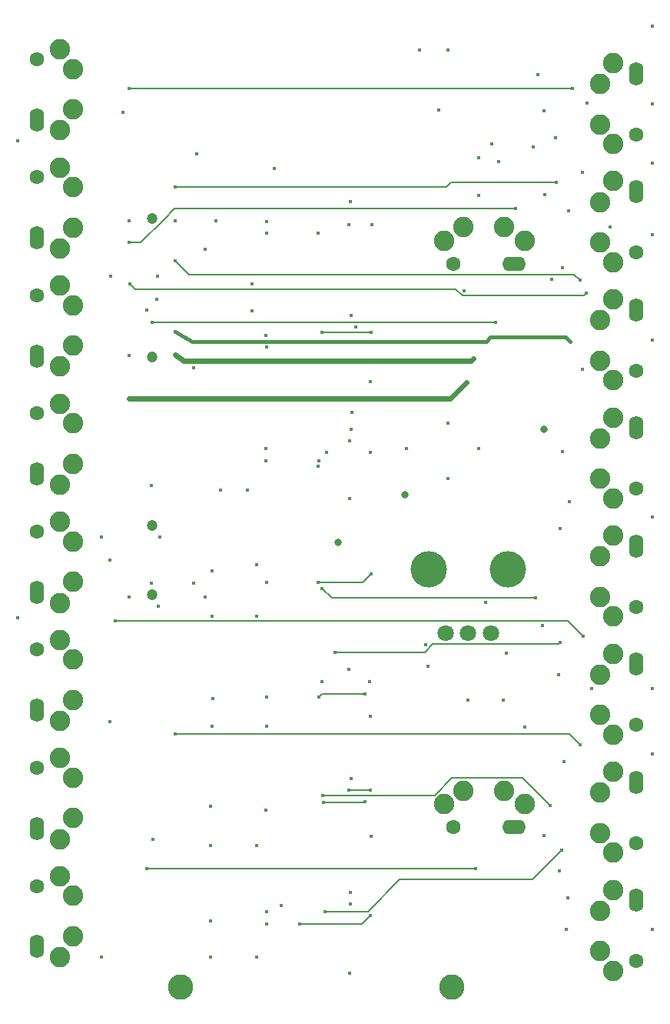
<source format=gbr>
%TF.GenerationSoftware,KiCad,Pcbnew,(6.0.1)*%
%TF.CreationDate,2023-03-07T05:59:22-08:00*%
%TF.ProjectId,pipes_main,70697065-735f-46d6-9169-6e2e6b696361,rev?*%
%TF.SameCoordinates,Original*%
%TF.FileFunction,Copper,L2,Inr*%
%TF.FilePolarity,Positive*%
%FSLAX46Y46*%
G04 Gerber Fmt 4.6, Leading zero omitted, Abs format (unit mm)*
G04 Created by KiCad (PCBNEW (6.0.1)) date 2023-03-07 05:59:22*
%MOMM*%
%LPD*%
G01*
G04 APERTURE LIST*
%TA.AperFunction,ComponentPad*%
%ADD10C,2.250000*%
%TD*%
%TA.AperFunction,ComponentPad*%
%ADD11O,1.600000X2.600000*%
%TD*%
%TA.AperFunction,ComponentPad*%
%ADD12C,1.600000*%
%TD*%
%TA.AperFunction,WasherPad*%
%ADD13C,4.000000*%
%TD*%
%TA.AperFunction,ComponentPad*%
%ADD14C,1.800000*%
%TD*%
%TA.AperFunction,ComponentPad*%
%ADD15O,2.600000X1.600000*%
%TD*%
%TA.AperFunction,ComponentPad*%
%ADD16C,2.800000*%
%TD*%
%TA.AperFunction,ComponentPad*%
%ADD17C,1.200000*%
%TD*%
%TA.AperFunction,ViaPad*%
%ADD18C,0.450000*%
%TD*%
%TA.AperFunction,ViaPad*%
%ADD19C,0.800000*%
%TD*%
%TA.AperFunction,ViaPad*%
%ADD20C,0.400000*%
%TD*%
%TA.AperFunction,Conductor*%
%ADD21C,0.600000*%
%TD*%
%TA.AperFunction,Conductor*%
%ADD22C,0.200000*%
%TD*%
%TA.AperFunction,Conductor*%
%ADD23C,0.400000*%
%TD*%
G04 APERTURE END LIST*
D10*
%TO.N,GND*%
%TO.C,J16*%
X106000000Y-132180000D03*
%TO.N,Net-(J16-Pad2)*%
X106000000Y-123280000D03*
%TO.N,GND*%
X104500000Y-130030000D03*
%TO.N,unconnected-(J16-Pad4)*%
X104500000Y-125580000D03*
D11*
%TO.N,N/C*%
X108550000Y-124440000D03*
D12*
X108550000Y-131120000D03*
%TD*%
D10*
%TO.N,GND*%
%TO.C,J14*%
X106000000Y-80180000D03*
%TO.N,Net-(J14-Pad2)*%
X106000000Y-71280000D03*
%TO.N,GND*%
X104500000Y-78030000D03*
%TO.N,unconnected-(J14-Pad4)*%
X104500000Y-73580000D03*
D11*
%TO.N,N/C*%
X108550000Y-72440000D03*
D12*
X108550000Y-79120000D03*
%TD*%
D13*
%TO.N,*%
%TO.C,RV1*%
X94420000Y-101030000D03*
X85620000Y-101030000D03*
D14*
%TO.N,VCO*%
X92520000Y-108030000D03*
%TO.N,Net-(RV1-Pad2)*%
X90020000Y-108030000D03*
%TO.N,GND*%
X87520000Y-108030000D03*
%TD*%
D10*
%TO.N,GND*%
%TO.C,J9*%
X45000000Y-82780000D03*
%TO.N,VCA4*%
X45000000Y-91680000D03*
%TO.N,GND*%
X46500000Y-84930000D03*
X46500000Y-89380000D03*
D11*
%TO.N,N/C*%
X42450000Y-90520000D03*
D12*
X42450000Y-83840000D03*
%TD*%
D10*
%TO.N,GND*%
%TO.C,J15*%
X106000000Y-54180000D03*
%TO.N,Net-(J15-Pad2)*%
X106000000Y-45280000D03*
%TO.N,GND*%
X104500000Y-52030000D03*
%TO.N,unconnected-(J15-Pad4)*%
X104500000Y-47580000D03*
D11*
%TO.N,N/C*%
X108550000Y-46440000D03*
D12*
X108550000Y-53120000D03*
%TD*%
D10*
%TO.N,GND*%
%TO.C,J19*%
X106000000Y-145180000D03*
%TO.N,Net-(J19-Pad2)*%
X106000000Y-136280000D03*
%TO.N,GND*%
X104500000Y-143030000D03*
%TO.N,unconnected-(J19-Pad4)*%
X104500000Y-138580000D03*
D11*
%TO.N,N/C*%
X108550000Y-137440000D03*
D12*
X108550000Y-144120000D03*
%TD*%
D10*
%TO.N,GND*%
%TO.C,J13*%
X106000000Y-119180000D03*
%TO.N,Net-(J13-Pad2)*%
X106000000Y-110280000D03*
%TO.N,GND*%
X104500000Y-117030000D03*
%TO.N,unconnected-(J13-Pad4)*%
X104500000Y-112580000D03*
D11*
%TO.N,N/C*%
X108550000Y-111440000D03*
D12*
X108550000Y-118120000D03*
%TD*%
D10*
%TO.N,GND*%
%TO.C,J7*%
X45000000Y-43780000D03*
%TO.N,VCA1*%
X45000000Y-52680000D03*
%TO.N,GND*%
X46500000Y-45930000D03*
X46500000Y-50380000D03*
D11*
%TO.N,N/C*%
X42450000Y-51520000D03*
D12*
X42450000Y-44840000D03*
%TD*%
D10*
%TO.N,GND*%
%TO.C,J20*%
X106000000Y-106180000D03*
%TO.N,Net-(J20-Pad2)*%
X106000000Y-97280000D03*
%TO.N,GND*%
X104500000Y-104030000D03*
%TO.N,unconnected-(J20-Pad4)*%
X104500000Y-99580000D03*
D11*
%TO.N,N/C*%
X108550000Y-98440000D03*
D12*
X108550000Y-105120000D03*
%TD*%
D10*
%TO.N,GND*%
%TO.C,J12*%
X45000000Y-95780000D03*
%TO.N,VCA5*%
X45000000Y-104680000D03*
%TO.N,GND*%
X46500000Y-97930000D03*
X46500000Y-102380000D03*
D11*
%TO.N,N/C*%
X42450000Y-103520000D03*
D12*
X42450000Y-96840000D03*
%TD*%
D10*
%TO.N,GND*%
%TO.C,J5*%
X45000000Y-108780000D03*
%TO.N,VCA6*%
X45000000Y-117680000D03*
%TO.N,GND*%
X46500000Y-110930000D03*
X46500000Y-115380000D03*
D11*
%TO.N,N/C*%
X42450000Y-116520000D03*
D12*
X42450000Y-109840000D03*
%TD*%
D10*
%TO.N,GND*%
%TO.C,J10*%
X45000000Y-56780000D03*
%TO.N,VCA2*%
X45000000Y-65680000D03*
%TO.N,GND*%
X46500000Y-58930000D03*
X46500000Y-63380000D03*
D11*
%TO.N,N/C*%
X42450000Y-64520000D03*
D12*
X42450000Y-57840000D03*
%TD*%
D10*
%TO.N,GND*%
%TO.C,J4*%
X87320000Y-126850000D03*
%TO.N,Net-(J4-Pad2)*%
X96220000Y-126850000D03*
%TO.N,GND*%
X89470000Y-125350000D03*
%TO.N,unconnected-(J4-Pad4)*%
X93920000Y-125350000D03*
D15*
%TO.N,N/C*%
X95060000Y-129400000D03*
D12*
X88380000Y-129400000D03*
%TD*%
D10*
%TO.N,GND*%
%TO.C,J11*%
X45000000Y-134780000D03*
%TO.N,VCA8*%
X45000000Y-143680000D03*
%TO.N,GND*%
X46500000Y-136930000D03*
X46500000Y-141380000D03*
D11*
%TO.N,N/C*%
X42450000Y-142520000D03*
D12*
X42450000Y-135840000D03*
%TD*%
D10*
%TO.N,GND*%
%TO.C,J18*%
X106000000Y-93180000D03*
%TO.N,Net-(J18-Pad2)*%
X106000000Y-84280000D03*
%TO.N,GND*%
X104500000Y-91030000D03*
%TO.N,unconnected-(J18-Pad4)*%
X104500000Y-86580000D03*
D11*
%TO.N,N/C*%
X108550000Y-85440000D03*
D12*
X108550000Y-92120000D03*
%TD*%
D10*
%TO.N,GND*%
%TO.C,J1*%
X87320000Y-64850000D03*
%TO.N,Net-(J1-Pad2)*%
X96220000Y-64850000D03*
%TO.N,GND*%
X89470000Y-63350000D03*
X93920000Y-63350000D03*
D15*
%TO.N,N/C*%
X95060000Y-67400000D03*
D12*
X88380000Y-67400000D03*
%TD*%
D10*
%TO.N,GND*%
%TO.C,J8*%
X45000000Y-121780000D03*
%TO.N,VCA7*%
X45000000Y-130680000D03*
%TO.N,GND*%
X46500000Y-123930000D03*
X46500000Y-128380000D03*
D11*
%TO.N,N/C*%
X42450000Y-129520000D03*
D12*
X42450000Y-122840000D03*
%TD*%
D10*
%TO.N,GND*%
%TO.C,J6*%
X45000000Y-69780000D03*
%TO.N,VCA3*%
X45000000Y-78680000D03*
%TO.N,GND*%
X46500000Y-71930000D03*
X46500000Y-76380000D03*
D11*
%TO.N,N/C*%
X42450000Y-77520000D03*
D12*
X42450000Y-70840000D03*
%TD*%
D10*
%TO.N,GND*%
%TO.C,J17*%
X106000000Y-67180000D03*
%TO.N,Net-(J17-Pad2)*%
X106000000Y-58280000D03*
%TO.N,GND*%
X104500000Y-65030000D03*
%TO.N,unconnected-(J17-Pad4)*%
X104500000Y-60580000D03*
D11*
%TO.N,N/C*%
X108550000Y-59440000D03*
D12*
X108550000Y-66120000D03*
%TD*%
D16*
%TO.N,GND*%
%TO.C,TP1*%
X88170000Y-146950000D03*
%TD*%
D17*
%TO.N,N/C*%
%TO.C,J21*%
X55200000Y-62380000D03*
X55200000Y-77620000D03*
%TD*%
D16*
%TO.N,GND*%
%TO.C,TP2*%
X58280000Y-146950000D03*
%TD*%
D17*
%TO.N,N/C*%
%TO.C,J22*%
X55200000Y-103810000D03*
X55200000Y-96190000D03*
%TD*%
D18*
%TO.N,+12V*%
X52600000Y-77425000D03*
X51962500Y-50737500D03*
D19*
X98400000Y-85600000D03*
D18*
X89827500Y-80447500D03*
X86775000Y-50415000D03*
D20*
X85347500Y-109277500D03*
D18*
X97170000Y-54480000D03*
X52680000Y-82240000D03*
D20*
X85660000Y-82240000D03*
D18*
%TO.N,-12V*%
X91151250Y-59848750D03*
X89592500Y-70327500D03*
X57750000Y-77350000D03*
X90600000Y-77820000D03*
X91151250Y-55661250D03*
X93845000Y-115405000D03*
X98430000Y-59730000D03*
D20*
%TO.N,Net-(C11-Pad2)*%
X92610359Y-54189641D03*
X93385000Y-56115000D03*
%TO.N,Net-(C13-Pad1)*%
X96220000Y-118350000D03*
X94173750Y-110266250D03*
%TO.N,F6*%
X75300000Y-110100000D03*
X100125000Y-109075000D03*
X73900000Y-113400000D03*
%TO.N,F7*%
X99050000Y-126950000D03*
X73950000Y-125850000D03*
%TO.N,F4*%
X100425000Y-67775000D03*
X100425000Y-88025000D03*
D18*
X74400000Y-88100000D03*
D20*
X73500000Y-89675000D03*
%TO.N,F2*%
X99650000Y-53500000D03*
X76895000Y-63095000D03*
%TO.N,F8*%
X100300000Y-131900000D03*
X74250000Y-138650000D03*
%TO.N,F5*%
X97400000Y-104100000D03*
X73925000Y-103075000D03*
D18*
%TO.N,VCA6*%
X50500000Y-100000000D03*
X50500000Y-117750000D03*
%TO.N,VCA3*%
X59760000Y-102540000D03*
X59760000Y-78800000D03*
%TO.N,VCA1*%
X40400000Y-106300000D03*
X55820000Y-105080000D03*
X40400000Y-53800000D03*
%TO.N,VCA7*%
X55300000Y-130700000D03*
X56000000Y-97460000D03*
%TO.N,VCA4*%
X55110000Y-102540000D03*
X55100000Y-91800000D03*
%TO.N,VCA2*%
X61020000Y-104080000D03*
X61000000Y-65750000D03*
X52680000Y-104080000D03*
%TO.N,VCA8*%
X49550000Y-97460000D03*
X49550000Y-143680000D03*
D20*
%TO.N,Clk*%
X67805000Y-140005000D03*
X67775000Y-76525000D03*
X67735000Y-89025000D03*
X67795000Y-115025000D03*
X97685000Y-46515000D03*
X87780000Y-43880000D03*
X67715000Y-127505000D03*
X68600000Y-56900000D03*
X67755000Y-64025000D03*
X67775000Y-102425000D03*
D18*
%TO.N,Net-(R23-Pad2)*%
X67800000Y-118275000D03*
X61800000Y-118250000D03*
X61900000Y-115200000D03*
%TO.N,Net-(R32-Pad2)*%
X65700000Y-92275000D03*
X62700000Y-92250000D03*
%TO.N,Net-(R36-Pad2)*%
X66697500Y-131397500D03*
X61600000Y-127100000D03*
X61602500Y-131397500D03*
%TO.N,Net-(R40-Pad2)*%
X66697500Y-143697500D03*
X61650000Y-139700000D03*
X61652500Y-143697500D03*
%TO.N,Net-(R42-Pad2)*%
X61800000Y-101200000D03*
X66697500Y-106147500D03*
X61802500Y-106147500D03*
D20*
%TO.N,1f*%
X101484642Y-48115358D03*
D18*
X52680000Y-62625000D03*
D20*
X103084642Y-49715358D03*
D18*
X52680000Y-48115358D03*
%TO.N,2f*%
X57700000Y-58924720D03*
X99700000Y-58400000D03*
X57700000Y-62650000D03*
%TO.N,3f*%
X95255480Y-61294520D03*
X52680000Y-65030000D03*
D20*
X105600000Y-63300000D03*
X101035000Y-61565000D03*
%TO.N,4f*%
X102625000Y-79025000D03*
X102305000Y-69195000D03*
D18*
X57720000Y-67070000D03*
%TO.N,5f*%
X52700000Y-69550000D03*
X103050000Y-70600000D03*
X100100000Y-96500000D03*
%TO.N,6f*%
X55780000Y-68730000D03*
X50650000Y-68750000D03*
X102690000Y-108390000D03*
X51154511Y-106695489D03*
%TO.N,7f*%
X57750000Y-119100000D03*
X55670000Y-71270000D03*
X102362500Y-120287500D03*
%TO.N,8f*%
X100025000Y-134175000D03*
X90850000Y-133950000D03*
X54550000Y-133950000D03*
X54550000Y-72500000D03*
%TO.N,VCO*%
X93040000Y-73810000D03*
X55140000Y-73810000D03*
X91900000Y-104650000D03*
%TO.N,Net-(RV1-Pad2)*%
X89955000Y-115405000D03*
D20*
%TO.N,{slash}6*%
X79235000Y-117135000D03*
X79175000Y-113325000D03*
%TO.N,{slash}3*%
X79200000Y-80300000D03*
X77575000Y-74325000D03*
%TO.N,Net-(U4-Pad3)*%
X78600000Y-114700000D03*
X73575000Y-115025000D03*
%TO.N,Net-(U5-Pad3)*%
X73900000Y-74924520D03*
X79275480Y-74924520D03*
%TO.N,{slash}4*%
X76975000Y-93175000D03*
X76975000Y-86825000D03*
%TO.N,{slash}7*%
X76895000Y-125305000D03*
X79300000Y-130400000D03*
X79195000Y-125305000D03*
%TO.N,Net-(U10-Pad3)*%
X79205000Y-88095000D03*
X73575000Y-89025000D03*
%TO.N,Net-(U11-Pad3)*%
X73450000Y-64030000D03*
X79395000Y-63095000D03*
%TO.N,Net-(U12-Pad3)*%
X74046891Y-126646891D03*
X78600000Y-126575000D03*
%TO.N,{slash}8*%
X76995000Y-137805000D03*
X76975000Y-145425000D03*
%TO.N,Net-(U16-Pad3)*%
X79225000Y-139075000D03*
X71405000Y-140005000D03*
%TO.N,Net-(U17-Pad3)*%
X73475000Y-102425000D03*
X79305000Y-101495000D03*
%TO.N,Net-(C2-Pad1)*%
X83200000Y-87700000D03*
X77200000Y-83700000D03*
X91181250Y-87681250D03*
%TO.N,Net-(C10-Pad1)*%
X87800000Y-91000000D03*
X87800000Y-84900000D03*
D18*
%TO.N,Net-(R30-Pad2)*%
X66185000Y-69615000D03*
X66185000Y-72515000D03*
D20*
%TO.N,+9V*%
X77115000Y-73055000D03*
X98395000Y-130305000D03*
X76850000Y-112040000D03*
X67720000Y-87740000D03*
X99200000Y-69100000D03*
X67815000Y-138705000D03*
X77030000Y-136550000D03*
D19*
X75640000Y-98030000D03*
D20*
X98400000Y-50500000D03*
X77115000Y-85555000D03*
X84670000Y-43880000D03*
X98195000Y-107205000D03*
D18*
X69400000Y-138000000D03*
X62200000Y-62650000D03*
D20*
X76995000Y-60555000D03*
X77075000Y-124035000D03*
X67675000Y-75225000D03*
D19*
X83050000Y-92760000D03*
D20*
X67785000Y-62725000D03*
D18*
X66697500Y-100452500D03*
D20*
%TO.N,+5V*%
X110300000Y-49800000D03*
X110300000Y-95200000D03*
X100850000Y-140600000D03*
X100600000Y-122200000D03*
D18*
X101000000Y-137150000D03*
D20*
X110300000Y-121300000D03*
X110300000Y-114100000D03*
X110300000Y-140600000D03*
X101125000Y-93575000D03*
X110300000Y-64200000D03*
D18*
X57750000Y-74850000D03*
D20*
X102600000Y-57300000D03*
X110300000Y-75800000D03*
X110300000Y-41200000D03*
X101200000Y-75900000D03*
X110300000Y-56300000D03*
X99975000Y-112600000D03*
X103595489Y-114104511D03*
D18*
X60050000Y-55300000D03*
D20*
%TO.N,GND*%
X85600000Y-111665000D03*
%TD*%
D21*
%TO.N,+12V*%
X88035000Y-82240000D02*
X85660000Y-82240000D01*
X89827500Y-80447500D02*
X88035000Y-82240000D01*
X85660000Y-82240000D02*
X52680000Y-82240000D01*
%TO.N,-12V*%
X57750000Y-77350000D02*
X58650000Y-78050000D01*
X90345489Y-78074511D02*
X90600000Y-77820000D01*
X58650000Y-78050000D02*
X90345489Y-78074511D01*
D22*
%TO.N,F6*%
X86101905Y-109229511D02*
X85231416Y-110100000D01*
X100125000Y-109075000D02*
X99970489Y-109229511D01*
X85231416Y-110100000D02*
X75300000Y-110100000D01*
X99970489Y-109229511D02*
X86101905Y-109229511D01*
%TO.N,F7*%
X96025489Y-123925489D02*
X99050000Y-126950000D01*
X86305436Y-125850000D02*
X88229947Y-123925489D01*
X73950000Y-125850000D02*
X86305436Y-125850000D01*
X88229947Y-123925489D02*
X96025489Y-123925489D01*
%TO.N,F8*%
X82479073Y-135114511D02*
X97085489Y-135114511D01*
X78943584Y-138650000D02*
X82479073Y-135114511D01*
X97085489Y-135114511D02*
X100300000Y-131900000D01*
X74250000Y-138650000D02*
X78943584Y-138650000D01*
%TO.N,F5*%
X74950000Y-104100000D02*
X73925000Y-103075000D01*
X97400000Y-104100000D02*
X74950000Y-104100000D01*
%TO.N,1f*%
X101484642Y-48115358D02*
X52680000Y-48115358D01*
%TO.N,2f*%
X99675000Y-58425000D02*
X99700000Y-58400000D01*
X87575280Y-58924720D02*
X88075000Y-58425000D01*
X88075000Y-58425000D02*
X99675000Y-58425000D01*
X57700000Y-58924720D02*
X87575280Y-58924720D01*
%TO.N,3f*%
X53921111Y-65030000D02*
X52680000Y-65030000D01*
X95255480Y-61294520D02*
X57650000Y-61294520D01*
X56415480Y-62535631D02*
X53921111Y-65030000D01*
X57650000Y-61294520D02*
X56415480Y-62535631D01*
%TO.N,4f*%
X57720000Y-67070000D02*
X59219521Y-68569521D01*
X101679521Y-68569521D02*
X102305000Y-69195000D01*
X59219521Y-68569521D02*
X101679521Y-68569521D01*
%TO.N,5f*%
X52700000Y-69550000D02*
X53289511Y-70139511D01*
X53289511Y-70139511D02*
X88662739Y-70139511D01*
X89375239Y-70852011D02*
X102797989Y-70852011D01*
X88662739Y-70139511D02*
X89375239Y-70852011D01*
X102797989Y-70852011D02*
X103050000Y-70600000D01*
%TO.N,6f*%
X102690000Y-108390000D02*
X101005489Y-106705489D01*
X101005489Y-106705489D02*
X51205489Y-106705489D01*
%TO.N,7f*%
X102362500Y-120287500D02*
X101175000Y-119100000D01*
X101175000Y-119100000D02*
X57750000Y-119100000D01*
%TO.N,8f*%
X90850000Y-133950000D02*
X54550000Y-133950000D01*
%TO.N,VCO*%
X55140000Y-73810000D02*
X93040000Y-73810000D01*
%TO.N,Net-(U4-Pad3)*%
X73575000Y-115025000D02*
X73900000Y-114700000D01*
X73900000Y-114700000D02*
X78600000Y-114700000D01*
%TO.N,Net-(U5-Pad3)*%
X73900000Y-74924520D02*
X79275480Y-74924520D01*
%TO.N,{slash}7*%
X76895000Y-125305000D02*
X79195000Y-125305000D01*
%TO.N,Net-(U12-Pad3)*%
X74046891Y-126646891D02*
X78528109Y-126646891D01*
X78528109Y-126646891D02*
X78600000Y-126575000D01*
%TO.N,Net-(U16-Pad3)*%
X71405000Y-140005000D02*
X78295000Y-140005000D01*
X78295000Y-140005000D02*
X79225000Y-139075000D01*
%TO.N,Net-(U17-Pad3)*%
X78375000Y-102425000D02*
X79305000Y-101495000D01*
X73475000Y-102425000D02*
X78375000Y-102425000D01*
D23*
%TO.N,+5V*%
X100750000Y-75450000D02*
X101200000Y-75900000D01*
X59550000Y-75900000D02*
X91988413Y-75925489D01*
X57750000Y-74850000D02*
X59550000Y-75900000D01*
X91988413Y-75925489D02*
X92463902Y-75450000D01*
X92463902Y-75450000D02*
X100750000Y-75450000D01*
%TD*%
M02*

</source>
